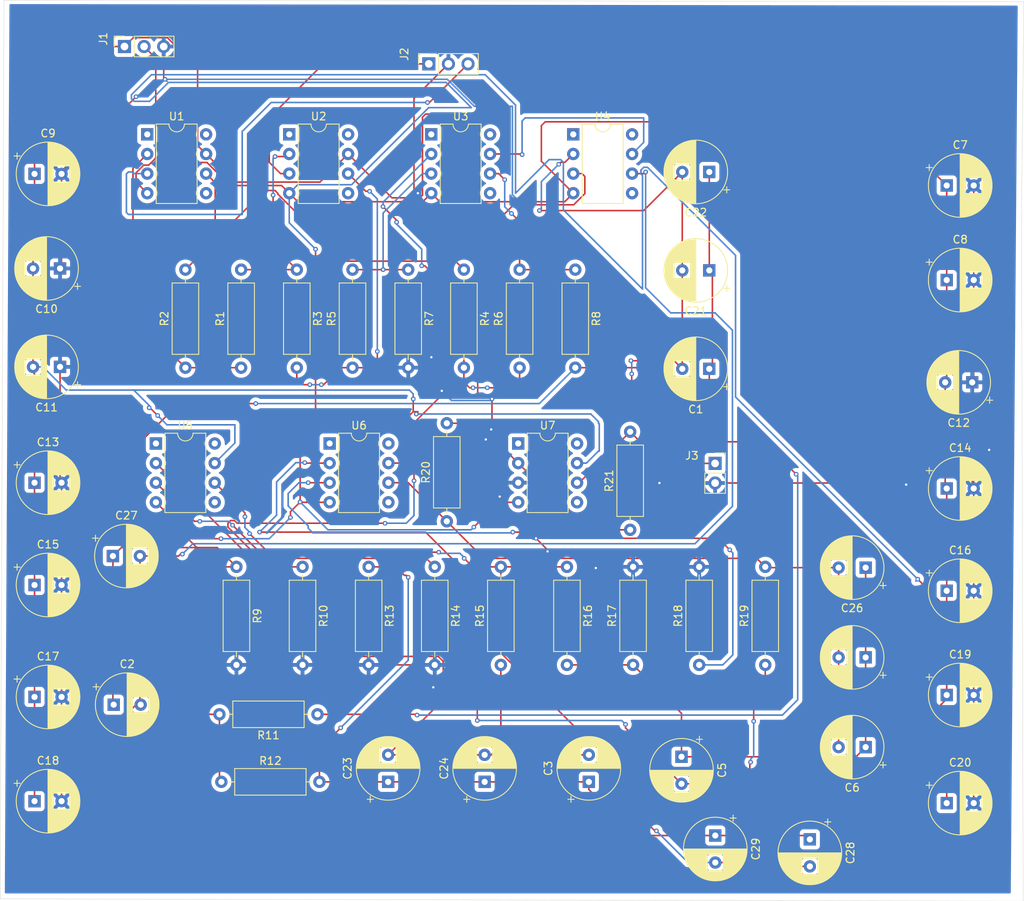
<source format=kicad_pcb>
(kicad_pcb (version 20240108) (generator "pcbnew") (generator_version "8.0")
  (layers (0 "F.Cu" signal) (31 "B.Cu" signal) (34 "B.Paste" user) (35 "F.Paste" user) (36 "B.SilkS" user "B.Silkscreen") (37 "F.SilkS" user "F.Silkscreen") (38 "B.Mask" user) (39 "F.Mask" user) (44 "Edge.Cuts" user))
  (net 0 "")
  (net 1 "Net-(R6-Pad2)")
  (net 2 "Net-(U3--)")
  (net 3 "Net-(U3-+)")
  (net 4 "Net-(R2-Pad2)")
  (net 5 "Net-(U1--)")
  (net 6 "Net-(U2--)")
  (net 7 "Net-(U7--)")
  (net 8 "Net-(J3-Pin_1)")
  (net 9 "Net-(C1-Pad1)")
  (net 10 "GND")
  (net 11 "Net-(C25-Pad2)")
  (net 12 "Net-(U6--)")
  (net 13 "Net-(C25-Pad1)")
  (net 14 "Net-(C28-Pad2)")
  (net 15 "Net-(U5--)")
  (net 16 "Net-(C23-Pad1)")
  (net 17 "Net-(C2-Pad2)")
  (net 18 "Net-(U4--)")
  (net 19 "Net-(U4-+)")
  (net 21 "Net-(R3-Pad2)")
  (net 24 "Net-(U6-+)")
  (net 25 "Net-(U5-+)")
  (net 44 "Net-(J1-Pin_2)")
  (net 45 "Net-(J2-Pin_3)")
  (net 46 "Net-(J2-Pin_1)")
  (net 47 "Net-(J1-Pin_1)")
  (footprint "Resistor_THT:R_Axial_DIN0309_L9.0mm_D3.2mm_P12.70mm_Horizontal" (layer "F.Cu") (at 138.035715 71.1 90)
    (property "Reference" "R5")
    (property "Value" "27k")
  )
  (footprint "Resistor_THT:R_Axial_DIN0309_L9.0mm_D3.2mm_P12.70mm_Horizontal" (layer "F.Cu") (at 157.25 109.6 90)
    (property "Reference" "R15")
    (property "Value" "270k")
  )
  (footprint "Connector_PinSocket_2.54mm:PinSocket_1x02_P2.54mm_Vertical" (layer "F.Cu") (at 185 83.5)
    (property "Reference" "J3")
    (property "Value" "Conn_01x02_Socket")
  )
  (footprint "Resistor_THT:R_Axial_DIN0309_L9.0mm_D3.2mm_P12.70mm_Horizontal" (layer "F.Cu") (at 159.67857 71.1 90)
    (property "Reference" "R6")
    (property "Value" "27k")
  )
  (footprint "Capacitor_THT:CP_Radial_D8.0mm_P3.50mm" (layer "F.Cu") (at 218.305302 73 180)
    (property "Reference" "C12")
    (property "Value" "10u")
  )
  (footprint "Package_DIP:DIP-8_W7.62mm" (layer "F.Cu") (at 159.5 80.92)
    (property "Reference" "U7")
    (property "Value" "OP07")
  )
  (footprint "Resistor_THT:R_Axial_DIN0309_L9.0mm_D3.2mm_P12.70mm_Horizontal" (layer "F.Cu") (at 150.25 91 90)
    (property "Reference" "R20")
    (property "Value" "10k")
  )
  (footprint "Package_DIP:DIP-8_W7.62mm" (layer "F.Cu") (at 111.45 40.88)
    (property "Reference" "U1")
    (property "Value" "OP07")
  )
  (footprint "Capacitor_THT:CP_Radial_D8.0mm_P3.50mm" (layer "F.Cu") (at 184.25 58.5 180)
    (property "Reference" "C21")
    (property "Value" "10n")
  )
  (footprint "Capacitor_THT:CP_Radial_D8.0mm_P3.50mm" (layer "F.Cu") (at 100.152651 58.25 180)
    (property "Reference" "C10")
    (property "Value" "10u")
  )
  (footprint "Connector_PinSocket_2.54mm:PinSocket_1x03_P2.54mm_Vertical" (layer "F.Cu") (at 108.5 29.5 90)
    (property "Reference" "J1")
    (property "Value" "Conn_01x03_Socket")
  )
  (footprint "Resistor_THT:R_Axial_DIN0309_L9.0mm_D3.2mm_P12.70mm_Horizontal" (layer "F.Cu") (at 130.82143 58.4 -90)
    (property "Reference" "R3")
    (property "Value" "27k")
  )
  (footprint "Capacitor_THT:CP_Radial_D8.0mm_P3.50mm" (layer "F.Cu") (at 204.5 108.625 180)
    (property "Reference" "C25" (hide yes))
    (property "Value" "10n")
  )
  (footprint "Capacitor_THT:CP_Radial_D8.0mm_P3.50mm" (layer "F.Cu") (at 215 100)
    (property "Reference" "C16")
    (property "Value" "10u")
  )
  (footprint "Capacitor_THT:CP_Radial_D8.0mm_P3.50mm" (layer "F.Cu") (at 184.25 71.25 180)
    (property "Reference" "C1")
    (property "Value" "10n")
  )
  (footprint "Capacitor_THT:CP_Radial_D8.0mm_P3.50mm" (layer "F.Cu") (at 96.847349 113.75)
    (property "Reference" "C17")
    (property "Value" "10u")
  )
  (footprint "Capacitor_THT:CP_Radial_D8.0mm_P3.50mm" (layer "F.Cu") (at 180.65 121.5 -90)
    (property "Reference" "C5")
    (property "Value" "68n")
  )
  (footprint "Resistor_THT:R_Axial_DIN0309_L9.0mm_D3.2mm_P12.70mm_Horizontal" (layer "F.Cu") (at 148.6875 96.9 -90)
    (property "Reference" "R14")
    (property "Value" "270k")
  )
  (footprint "Resistor_THT:R_Axial_DIN0309_L9.0mm_D3.2mm_P12.70mm_Horizontal" (layer "F.Cu") (at 131.5625 96.9 -90)
    (property "Reference" "R10")
    (property "Value" "680k")
  )
  (footprint "Capacitor_THT:CP_Radial_D8.0mm_P3.50mm" (layer "F.Cu") (at 215 86.75)
    (property "Reference" "C14")
    (property "Value" "10u")
  )
  (footprint "Resistor_THT:R_Axial_DIN0309_L9.0mm_D3.2mm_P12.70mm_Horizontal" (layer "F.Cu") (at 174 92.1 90)
    (property "Reference" "R21")
    (property "Value" "10k")
  )
  (footprint "Capacitor_THT:CP_Radial_D8.0mm_P3.50mm" (layer "F.Cu") (at 155.15 124.75 90)
    (property "Reference" "C24")
    (property "Value" "2.2n")
  )
  (footprint "Capacitor_THT:CP_Radial_D8.0mm_P3.50mm" (layer "F.Cu") (at 215 113.5)
    (property "Reference" "C19")
    (property "Value" "10u")
  )
  (footprint "Package_DIP:DIP-8_W7.62mm" (layer "F.Cu") (at 129.843333 40.88)
    (property "Reference" "U2")
    (property "Value" "OP07")
  )
  (footprint "Resistor_THT:R_Axial_DIN0309_L9.0mm_D3.2mm_P12.70mm_Horizontal" (layer "F.Cu") (at 182.9375 109.6 90)
    (property "Reference" "R18")
    (property "Value" "100k")
  )
  (footprint "Connector_PinSocket_2.54mm:PinSocket_1x03_P2.54mm_Vertical" (layer "F.Cu") (at 147.92 31.75 90)
    (property "Reference" "J2")
    (property "Value" "Conn_01x03_Socket")
  )
  (footprint "Capacitor_THT:CP_Radial_D8.0mm_P3.50mm" (layer "F.Cu") (at 107.097349 114.75)
    (property "Reference" "C2")
    (property "Value" "2.2n")
  )
  (footprint "Package_DIP:DIP-8_W7.62mm" (layer "F.Cu") (at 135.07 80.92)
    (property "Reference" "U6")
    (property "Value" "OP07")
  )
  (footprint "Capacitor_THT:CP_Radial_D8.0mm_P3.50mm" (layer "F.Cu") (at 96.847349 86)
    (property "Reference" "C13")
    (property "Value" "10u")
  )
  (footprint "Capacitor_THT:CP_Radial_D8.0mm_P3.50mm" (layer "F.Cu") (at 96.847349 46)
    (property "Reference" "C9")
    (property "Value" "10u")
  )
  (footprint "Resistor_THT:R_Axial_DIN0309_L9.0mm_D3.2mm_P12.70mm_Horizontal" (layer "F.Cu") (at 116.39286 71.1 90)
    (property "Reference" "R2")
    (property "Value" "27k")
  )
  (footprint "Capacitor_THT:CP_Radial_D8.0mm_P3.50mm" (layer "F.Cu") (at 204.5 97 180)
    (property "Reference" "C26")
    (property "Value" "2.2n")
  )
  (footprint "Capacitor_THT:CP_Radial_D8.0mm_P3.50mm" (layer "F.Cu") (at 107 95.5)
    (property "Reference" "C27")
    (property "Value" "10n")
  )
  (footprint "Resistor_THT:R_Axial_DIN0309_L9.0mm_D3.2mm_P12.70mm_Horizontal" (layer "F.Cu") (at 166.89286 58.4 -90)
    (property "Reference" "R8")
    (property "Value" "100k")
  )
  (footprint "Capacitor_THT:CP_Radial_D8.0mm_P3.50mm" (layer "F.Cu") (at 168.65 124.75 90)
    (property "Reference" "C3")
    (property "Value" "10n")
  )
  (footprint "Capacitor_THT:CP_Radial_D8.0mm_P3.50mm" (layer "F.Cu") (at 215 127.5)
    (property "Reference" "C20")
    (property "Value" "10u")
  )
  (footprint "Capacitor_THT:CP_Radial_D8.0mm_P3.50mm" (layer "F.Cu") (at 142.65 124.75 90)
    (property "Reference" "C23")
    (property "Value" "10n")
  )
  (footprint "Resistor_THT:R_Axial_DIN0309_L9.0mm_D3.2mm_P12.70mm_Horizontal" (layer "F.Cu") (at 174.375 109.6 90)
    (property "Reference" "R17")
    (property "Value" "39k")
  )
  (footprint "Package_DIP:DIP-8_W7.62mm" (layer "F.Cu") (at 112.57 80.92)
    (property "Reference" "U5")
    (property "Value" "OP07")
  )
  (footprint "Resistor_THT:R_Axial_DIN0309_L9.0mm_D3.2mm_P12.70mm_Horizontal" (layer "F.Cu") (at 123.607145 71.1 90)
    (property "Reference" "R1")
    (property "Value" "1k")
  )
  (footprint "Capacitor_THT:CP_Radial_D8.0mm_P3.50mm" (layer "F.Cu") (at 96.847349 127.25)
    (property "Reference" "C18")
    (property "Value" "10u")
  )
  (footprint "Capacitor_THT:CP_Radial_D8.0mm_P3.50mm" (layer "F.Cu") (at 215 59.75)
    (property "Reference" "C8")
    (property "Value" "10u")
  )
  (footprint "Resistor_THT:R_Axial_DIN0309_L9.0mm_D3.2mm_P12.70mm_Horizontal" (layer "F.Cu") (at 133.5 116 180)
    (property "Reference" "R11")
    (property "Value" "680k")
  )
  (footprint "Resistor_THT:R_Axial_DIN0309_L9.0mm_D3.2mm_P12.70mm_Horizontal" (layer "F.Cu") (at 145.25 58.4 -90)
    (property "Reference" "R7")
    (property "Value" "27k")
  )
  (footprint "Resistor_THT:R_Axial_DIN0309_L9.0mm_D3.2mm_P12.70mm_Horizontal" (layer "F.Cu") (at 123 96.9 -90)
    (property "Reference" "R9")
    (property "Value" "47k")
  )
  (footprint "Capacitor_THT:CP_Radial_D8.0mm_P3.50mm" (layer "F.Cu") (at 215 47.5)
    (property "Reference" "C7")
    (property "Value" "10u")
  )
  (footprint "Capacitor_THT:CP_Radial_D8.0mm_P3.50mm" (layer "F.Cu") (at 204.5 120.25 180)
    (property "Reference" "C6")
    (property "Value" "10n")
  )
  (footprint "Capacitor_THT:CP_Radial_D8.0mm_P3.50mm" (layer "F.Cu") (at 185.025 131.7 -90)
    (property "Reference" "C29")
    (property "Value" "2.2n")
  )
  (footprint "Resistor_THT:R_Axial_DIN0309_L9.0mm_D3.2mm_P12.70mm_Horizontal" (layer "F.Cu") (at 165.8125 96.9 -90)
    (property "Reference" "R16")
    (property "Value" "33k")
  )
  (footprint "Package_DIP:DIP-8_W7.62mm" (layer "F.Cu") (at 166.63 40.88)
    (property "Reference" "U4")
    (property "Value" "OP07")
  )
  (footprint "Resistor_THT:R_Axial_DIN0309_L9.0mm_D3.2mm_P12.70mm_Horizontal" (layer "F.Cu") (at 191.5 109.6 90)
    (property "Reference" "R19")
    (property "Value" "100k")
  )
  (footprint "Resistor_THT:R_Axial_DIN0309_L9.0mm_D3.2mm_P12.70mm_Horizontal" (layer "F.Cu") (at 152.464285 58.4 -90)
    (property "Reference" "R4")
    (property "Value" "27k")
  )
  (footprint "Capacitor_THT:CP_Radial_D8.0mm_P3.50mm" (layer "F.Cu") (at 100.152651 71 180)
    (property "Reference" "C11")
    (property "Value" "10u")
  )
  (footprint "Package_DIP:DIP-8_W7.62mm" (layer "F.Cu") (at 148.236666 40.88)
    (property "Reference" "U3")
    (property "Value" "OP07")
  )
  (footprint "Capacitor_THT:CP_Radial_D8.0mm_P3.50mm" (layer "F.Cu") (at 197.275 132.2 -90)
    (property "Reference" "C28")
    (property "Value" "10n")
  )
  (footprint "Capacitor_THT:CP_Radial_D8.0mm_P3.50mm" (layer "F.Cu") (at 96.847349 99.25)
    (property "Reference" "C15")
    (property "Value" "10u")
  )
  (footprint "Resistor_THT:R_Axial_DIN0309_L9.0mm_D3.2mm_P12.70mm_Horizontal" (layer "F.Cu") (at 140.125 96.9 -90)
    (property "Reference" "R13")
    (property "Value" "18k")
  )
  (footprint "Capacitor_THT:CP_Radial_D8.0mm_P3.50mm" (layer "F.Cu") (at 184.25 45.75 180)
    (property "Reference" "C22")
    (property "Value" "2.2n")
  )
  (footprint "Resistor_THT:R_Axial_DIN0309_L9.0mm_D3.2mm_P12.70mm_Horizontal" (layer "F.Cu") (at 121.05 124.75)
    (property "Reference" "R12")
    (property "Value" "39k")
  )
  (gr_line (start 92.4 139.9) (end 224.9 140.2) (stroke (width 0.05)) (layer "Edge.Cuts"))
  (gr_line (start 225 23.7) (end 224.7 50.3) (stroke (width 0.05)) (layer "Edge.Cuts"))
  (gr_line (start 92.4 139.9) (end 92.9 23.5) (stroke (width 0.05)) (layer "Edge.Cuts"))
  (gr_line (start 92.9 23.5) (end 225 23.7) (stroke (width 0.05)) (layer "Edge.Cuts"))
  (gr_line (start 224.7 50.3) (end 224.9 140.2) (stroke (width 0.05)) (layer "Edge.Cuts"))
  (gr_text "J2\n" (at 115.6 29.6 0) (layer "F.Cu") (effects (font (size 1.5 1.5) (thickness 0.1875)) (justify left bottom)))
  (gr_text "J1\n" (at 155.4 32.5 0) (layer "F.Cu") (effects (font (size 1.5 1.5) (thickness 0.1875)) (justify left bottom)))
  (segment (start 157.75 46.75) (end 156.96 45.96) (width 0.2) (layer "F.Cu") (net 1))
  (segment (start 159.67857 58.4) (end 159.67857 52.17857) (width 0.2) (layer "F.Cu") (net 1))
  (segment (start 159.67857 58.4) (end 166.89286 58.4) (width 0.2) (layer "F.Cu") (net 1))
  (segment (start 159.67857 52.17857) (end 158.625 51.125) (width 0.2) (layer "F.Cu") (net 1))
  (segment (start 156.96 45.96) (end 155.856666 45.96) (width 0.2) (layer "F.Cu") (net 1))
  (segment (start 158.5 51) (end 158.625 51.125) (width 0.2) (layer "F.Cu") (net 1))
  (via (at 158.625 51.125) (size 0.6) (drill 0.3) (layers "F.Cu" "B.Cu") (net 1))
  (via (at 157.75 46.75) (size 0.6) (drill 0.3) (layers "F.Cu" "B.Cu") (net 1))
  (segment (start 157.75 50.25) (end 157.75 46.75) (width 0.2) (layer "B.Cu") (net 1))
  (segment (start 158.625 51.125) (end 157.75 50.25) (width 0.2) (layer "B.Cu") (net 1))
  (segment (start 152.464285 62.964285) (end 147.5 58) (width 0.2) (layer "F.Cu") (net 2))
  (segment (start 147.4 57.9) (end 147 57.9) (width 0.2) (layer "F.Cu") (net 2))
  (segment (start 152.464285 71.1) (end 152.464285 62.964285) (width 0.2) (layer "F.Cu") (net 2))
  (segment (start 153.2 73.7) (end 152.464285 72.964285) (width 0.2) (layer "F.Cu") (net 2))
  (segment (start 143.75 52) (end 141.983383 50.233383) (width 0.2) (layer "F.Cu") (net 2))
  (segment (start 158.7 73.7) (end 155.5 73.7) (width 0.2) (layer "F.Cu") (net 2))
  (segment (start 152.464285 72.964285) (end 152.464285 71.1) (width 0.2) (layer "F.Cu") (net 2))
  (segment (start 159.67857 72.72143) (end 158.7 73.7) (width 0.2) (layer "F.Cu") (net 2))
  (segment (start 147.5 58) (end 147.4 57.9) (width 0.2) (layer "F.Cu") (net 2))
  (segment (start 153.65 73.7) (end 153.2 73.7) (width 0.2) (layer "F.Cu") (net 2))
  (segment (start 159.67857 71.1) (end 159.67857 72.72143) (width 0.2) (layer "F.Cu") (net 2))
  (segment (start 143.75 52.25) (end 143.75 52) (width 0.2) (layer "F.Cu") (net 2))
  (via (at 153.65 73.7) (size 0.6) (drill 0.3) (layers "F.Cu" "B.Cu") (net 2))
  (via (at 141.983383 50.233383) (size 0.6) (drill 0.3) (layers "F.Cu" "B.Cu") (net 2))
  (via (at 143.75 52.25) (size 0.6) (drill 0.3) (layers "F.Cu" "B.Cu") (net 2))
  (via (at 155.5 73.7) (size 0.6) (drill 0.3) (layers "F.Cu" "B.Cu") (net 2))
  (via (at 147 57.9) (size 0.6) (drill 0.3) (layers "F.Cu" "B.Cu") (net 2))
  (segment (start 155.5 73.7) (end 153.65 73.7) (width 0.2) (layer "B.Cu") (net 2))
  (segment (start 148.236666 43.42) (end 142 49.656666) (width 0.2) (layer "B.Cu") (net 2))
  (segment (start 147 55.75) (end 144 52.75) (width 0.2) (layer "B.Cu") (net 2))
  (segment (start 142 50.25) (end 141.983383 50.233383) (width 0.2) (layer "B.Cu") (net 2))
  (segment (start 142 49.656666) (end 142 50.25) (width 0.2) (layer "B.Cu") (net 2))
  (segment (start 147 57.9) (end 147 55.75) (width 0.2) (layer "B.Cu") (net 2))
  (segment (start 144 52.75) (end 143.75 52.5) (width 0.2) (layer "B.Cu") (net 2))
  (segment (start 143.75 52.5) (end 143.75 52.25) (width 0.2) (layer "B.Cu") (net 2))
  (segment (start 145.25 58.4) (end 142 58.4) (width 0.2) (layer "F.Cu") (net 3))
  (segment (start 138.035715 58.4) (end 142 58.4) (width 0.2) (layer "F.Cu") (net 3))
  (via (at 142 58.4) (size 0.6) (drill 0.3) (layers "F.Cu" "B.Cu") (net 3))
  (segment (start 142 51.065296) (end 147.105296 45.96) (width 0.2) (layer "B.Cu") (net 3))
  (segment (start 142 58.4) (end 142 51.065296) (width 0.2) (layer "B.Cu") (net 3))
  (segment (start 147.105296 45.96) (end 148.236666 45.96) (width 0.2) (layer "B.Cu") (net 3))
  (segment (start 151.364285 57.3) (end 152.464285 58.4) (width 0.2) (layer "F.Cu") (net 4))
  (segment (start 127.998529 48.15) (end 128.35 48.501471) (width 0.2) (layer "F.Cu") (net 4))
  (segment (start 128.35 48.6) (end 137.05 57.3) (width 0.2) (layer "F.Cu") (net 4))
  (segment (start 120.25 54.54286) (end 120.25 47.14) (width 0.2) (layer "F.Cu") (net 4))
  (segment (start 116.39286 58.4) (end 120.25 54.54286) (width 0.2) (layer "F.Cu") (net 4))
  (segment (start 128.35 48.501471) (end 128.35 48.6) (width 0.2) (layer "F.Cu") (net 4))
  (segment (start 120.25 47.14) (end 119.07 45.96) (width 0.2) (layer "F.Cu") (net 4))
  (segment (start 137.05 57.3) (end 151.364285 57.3) (width 0.2) (layer "F.Cu") (net 4))
  (segment (start 120.25 54.54286) (end 126.64286 48.15) (width 0.2) (layer "F.Cu") (net 4))
  (segment (start 126.64286 48.15) (end 127.998529 48.15) (width 0.2) (layer "F.Cu") (net 4))
  (segment (start 116.39286 71.1) (end 109.6 64.30714) (width 0.2) (layer "F.Cu") (net 5))
  (segment (start 109.6 45.27) (end 111.45 43.42) (width 0.2) (layer "F.Cu") (net 5))
  (segment (start 109.6 64.30714) (end 109.6 45.27) (width 0.2) (layer "F.Cu") (net 5))
  (segment (start 116.39286 71.1) (end 123.607145 71.1) (width 0.2) (layer "F.Cu") (net 5))
  (segment (start 127.75 55.32857) (end 127.75 54.5) (width 0.2) (layer "F.Cu") (net 6))
  (segment (start 123.607145 58.4) (end 130.82143 58.4) (width 0.2) (layer "F.Cu") (net 6))
  (segment (start 130.82143 58.4) (end 127.75 55.32857) (width 0.2) (layer "F.Cu") (net 6))
  (segment (start 128 43.75) (end 129.513333 43.75) (width 0.2) (layer "F.Cu") (net 6))
  (segment (start 129.513333 43.75) (end 129.843333 43.42) (width 0.2) (layer "F.Cu") (net 6))
  (segment (start 127.75 54.5) (end 127.75 48.75) (width 0.2) (layer "F.Cu") (net 6))
  (via (at 127.75 48.75) (size 0.6) (drill 0.3) (layers "F.Cu" "B.Cu") (net 6))
  (via (at 128 43.75) (size 0.6) (drill 0.3) (layers "F.Cu" "B.Cu") (net 6))
  (segment (start 127.75 48.75) (end 127.75 44) (width 0.2) (layer "B.Cu") (net 6))
  (segment (start 127.75 44) (end 128 43.75) (width 0.2) (layer "B.Cu") (net 6))
  (segment (start 159.5 83.46) (end 168.14 92.1) (width 0.2) (layer "F.Cu") (net 7))
  (segment (start 154.34 78.3) (end 159.5 83.46) (width 0.2) (layer "F.Cu") (net 7))
  (segment (start 168.14 92.1) (end 174 92.1) (width 0.2) (layer "F.Cu") (net 7))
  (segment (start 150.25 78.3) (end 154.34 78.3) (width 0.2) (layer "F.Cu") (net 7))
  (segment (start 167.4 86) (end 167.12 86) (width 0.2) (layer "F.Cu") (net 8))
  (segment (start 185 83.5) (end 178.1 83.5) (width 0.2) (layer "F.Cu") (net 8))
  (segment (start 178.1 83.5) (end 174 79.4) (width 0.2) (layer "F.Cu") (net 8))
  (segment (start 174 79.4) (end 167.4 86) (width 0.2) (layer "F.Cu") (net 8))
  (segment (start 114 92.5) (end 115.964314 92.5) (width 0.2) (layer "F.Cu") (net 9))
  (segment (start 120.5 94.4) (end 123 96.9) (width 0.2) (layer "F.Cu") (net 9))
  (segment (start 107 114.652651) (end 107.097349 114.75) (width 0.2) (layer "F.Cu") (net 9))
  (segment (start 184.25 58.5) (end 184.65 58.9) (width 0.2) (layer "F.Cu") (net 9))
  (segment (start 107 95.5) (end 108.1 94.4) (width 0.2) (layer "F.Cu") (net 9))
  (segment (start 113.25 92.75) (end 113.75 92.75) (width 0.2) (layer "F.Cu") (net 9))
  (segment (start 113.75 92.75) (end 114 92.5) (width 0.2) (layer "F.Cu") (net 9))
  (segment (start 184.25 45.75) (end 184.25 58.5) (width 0.2) (layer "F.Cu") (net 9))
  (segment (start 115.964314 92.5) (end 120.364314 96.9) (width 0.2) (layer "F.Cu") (net 9))
  (segment (start 176.75 76) (end 184 76) (width 0.2) (layer "F.Cu") (net 9))
  (segment (start 125.5 75.75) (end 115.54 75.75) (width 0.2) (layer "F.Cu") (net 9))
  (segment (start 184.65 58.9) (end 184.65 70.85) (width 0.2) (layer "F.Cu") (net 9))
  (segment (start 176.35 71.1) (end 176.5 71.25) (width 0.2) (layer "F.Cu") (net 9))
  (segment (start 120.364314 96.9) (end 123 96.9) (width 0.2) (layer "F.Cu") (net 9))
  (segment (start 107 95.5) (end 107 114.652651) (width 0.2) (layer "F.Cu") (net 9))
  (segment (start 115.54 75.75) (end 109.5 81.79) (width 0.2) (layer "F.Cu") (net 9))
  (segment (start 176.5 71.25) (end 176.5 75.75) (width 0.2) (layer "F.Cu") (net 9))
  (segment (start 176.5 75.75) (end 176.75 76) (width 0.2) (layer "F.Cu") (net 9))
  (segment (start 109.5 81.79) (end 109.5 89) (width 0.2) (layer "F.Cu") (net 9))
  (segment (start 184 76) (end 184.25 75.75) (width 0.2) (layer "F.Cu") (net 9))
  (segment (start 108.1 94.4) (end 120.5 94.4) (width 0.2) (layer "F.Cu") (net 9))
  (segment (start 184.65 70.85) (end 184.25 71.25) (width 0.2) (layer "F.Cu") (net 9))
  (segment (start 109.5 89) (end 113.25 92.75) (width 0.2) (layer "F.Cu") (net 9))
  (segment (start 184.25 75.75) (end 184.25 71.25) (width 0.2) (layer "F.Cu") (net 9))
  (segment (start 166.89286 71.1) (end 176.35 71.1) (width 0.2) (layer "F.Cu") (net 9))
  (via (at 125.5 75.75) (size 0.6) (drill 0.3) (layers "F.Cu" "B.Cu") (net 9))
  (segment (start 166.89286 71.1) (end 162.24286 75.75) (width 0.2) (layer "B.Cu") (net 9))
  (segment (start 162.24286 75.75) (end 125.5 75.75) (width 0.2) (layer "B.Cu") (net 9))
  (segment (start 157.1 85.9) (end 157.1 87.8) (width 0.2) (layer "F.Cu") (net 10))
  (segment (start 218.305302 86.555302) (end 218.5 86.75) (width 0.2) (layer "F.Cu") (net 10))
  (segment (start 110 36) (end 100.25 45.75) (width 0.2) (layer "F.Cu") (net 10))
  (segment (start 149.2 73.8) (end 149.5 74.1) (width 0.2) (layer "F.Cu") (net 10))
  (segment (start 146 48) (end 146.5 48.5) (width 0.2) (layer "F.Cu") (net 10))
  (segment (start 100.347349 46) (end 100.347349 58.055302) (width 0.2) (layer "F.Cu") (net 10))
  (segment (start 155.3 84.1) (end 157.05 85.85) (width 0.2) (layer "F.Cu") (net 10))
  (segment (start 148.25 69.75) (end 146.9 71.1) (width 0.2) (layer "F.Cu") (net 10))
  (segment (start 100.152651 85.805302) (end 100.347349 86) (width 0.2) (layer "F.Cu") (net 10))
  (segment (start 146.5 71.1) (end 149.2 73.8) (width 0.2) (layer "F.Cu") (net 10))
  (segment (start 157.2 86) (end 159.5 86) (width 0.2) (layer "F.Cu") (net 10))
  (segment (start 100.347349 99.25) (end 100.347349 113.75) (width 0.2) (layer "F.Cu") (net 10))
  (segment (start 218.5 47.5) (end 218.5 59.75) (width 0.2) (layer "F.Cu") (net 10))
  (segment (start 177.75 86) (end 177.79 86.04) (width 0.2) (layer "F.Cu") (net 10))
  (segment (start 169.55 97.05) (end 169.7 96.9) (width 0.2) (layer "F.Cu") (net 10))
  (segment (start 220.5 81.75) (end 218.5 83.75) (width 0.2) (layer "F.Cu") (net 10))
  (segment (start 148.6875 112.3125) (end 148.5 112.5) (width 0.2) (layer "F.Cu") (net 10))
  (segment (start 218.305302 73) (end 218.305302 86.555302) (width 0.2) (layer "F.Cu") (net 10))
  (segment (start 185 86.04) (end 177.79 86.04) (width 0.2) (layer "F.Cu") (net 10))
  (segment (start 156.1 75.15) (end 156.1 79) (width 0.2) (layer "F.Cu") (net 10))
  (segment (start 209.54 86.04) (end 209.75 86.25) (width 0.2) (layer "F.Cu") (net 10))
  (segment (start 163.3 94.7) (end 163.3 94.9) (width 0.2) (layer "F.Cu") (net 10))
  (segment (start 169.7 96.9) (end 174.375 96.9) (width 0.2) (layer "F.Cu") (net 10))
  (segment (start 100.152651 58.25) (end 100.152651 71) (width 0.2) (layer "F.Cu") (net 10))
  (segment (start 218.5 86.75) (end 218.5 100) (width 0.2) (layer "F.Cu") (net 10))
  (segment (start 218.5 113.5) (end 218.5 127.5) (width 0.2) (layer "F.Cu") (net 10))
  (segment (start 131.5625 109.6) (end 140.125 109.6) (width 0.2) (layer "F.Cu") (net 10))
  (segment (start 113.58 29.5) (end 113.58 33.58) (width 0.2) (layer "F.Cu") (net 10))
  (segment (start 145.25 71.1) (end 146.5 71.1) (width 0.2) (layer "F.Cu") (net 10))
  (segment (start 174.375 96.9) (end 182.9375 96.9) (width 0.2) (layer "F.Cu") (net 10))
  (segment (start 100.347349 86) (end 100.347349 99.25) (width 0.2) (layer "F.Cu") (net 10))
  (segment (start 156.1 79) (end 156 79.1) (width 0.2) (layer "F.Cu") (net 10))
  (segment (start 100.347349 58.055302) (end 100.152651 58.25) (width 0.2) (layer "F.Cu") (net 10))
  (segment (start 146 36.21) (end 146 48) (width 0.2) (layer "F.Cu") (net 10))
  (segment (start 218.5 83.75) (end 218.5 86.75) (width 0.2) (layer "F.Cu") (net 10))
  (segment (start 161.8 93.2) (end 163.3 94.7) (width 0.2) (layer "F.Cu") (net 10))
  (segment (start 146.9 71.1) (end 145.25 71.1) (width 0.2) (layer "F.Cu") (net 10))
  (segment (start 218.5 72.805302) (end 218.305302 73) (width 0.2) (layer "F.Cu") (net 10))
  (segment (start 185 86.04) (end 209.54 86.04) (width 0.2) (layer "F.Cu") (net 10))
  (segment (start 123 109.6) (end 131.5625 109.6) (width 0.2) (layer "F.Cu") (net 10))
  (segment (start 100.152651 71) (end 100.152651 85.805302) (width 0.2) (layer "F.Cu") (net 10))
  (segment (start 140.125 109.6) (end 148.6875 109.6) (width 0.2) (layer "F.Cu") (net 10))
  (segment (start 218.5 100) (end 218.5 113.5) (width 0.2) (layer "F.Cu") (net 10))
  (segment (start 218.5 59.75) (end 218.5 72.805302) (width 0.2) (layer "F.Cu") (net 10))
  (segment (start 113.75 33.75) (end 114 34) (width 0.2) (layer "F.Cu") (net 10))
  (segment (start 150.46 31.75) (end 146 36.21) (width 0.2) (layer "F.Cu") (net 10))
  (segment (start 100.347349 113.75) (end 100.347349 127.25) (width 0.2) (layer "F.Cu") (net 10))
  (segment (start 149.5 74.1) (end 149.6 74.1) (width 0.2) (layer "F.Cu") (net 10))
  (segment (start 157.05 85.85) (end 157.2 86) (width 0.2) (layer "F.Cu") (net 10))
  (segment (start 113.58 33.58) (end 113.75 33.75) (width 0.2) (layer "F.Cu") (net 10))
  (segment (start 155.3 80.4) (end 155.3 84.1) (width 0.2) (layer "F.Cu") (net 10))
  (segment (start 157.05 85.85) (end 157.1 85.9) (width 0.2) (layer "F.Cu") (net 10))
  (segment (start 148.6875 109.6) (end 148.6875 112.3125) (width 0.2) (layer "F.Cu") (net 10))
  (via (at 157.1 87.8) (size 0.6) (drill 0.3) (layers "F.Cu" "B.Cu") (net 10))
  (via (at 113.75 33.75) (size 0.6) (drill 0.3) (layers "F.Cu" "B.Cu") (net 10))
  (via (at 177.79 86.04) (size 0.6) (drill 0.3) (layers "F.Cu" "B.Cu") (net 10))
  (via (at 155.3 80.4) (size 0.6) (drill 0.3) (layers "F.Cu" "B.Cu") (net 10))
  (via (at 163.3 94.9) (size 0.6) (drill 0.3) (layers "F.Cu" "B.Cu") (net 10))
  (via (at 209.75 86.25) (size 0.6) (drill 0.3) (layers "F.Cu" "B.Cu") (net 10))
  (via (at 156.1 75.15) (size 0.6) (drill 0.3) (layers "F.Cu" "B.Cu") (net 10))
  (via (at 169.55 97.05) (size 0.6) (drill 0.3) (layers "F.Cu" "B.Cu") (net 10))
  (via (at 110 36) (size 0.6) (drill 0.3) (layers "F.Cu" "B.Cu") (net 10))
  (via (at 149.6 74.1) (size 0.6) (drill 0.3) (layers "F.Cu" "B.Cu") (net 10))
  (via (at 148.25 69.75) (size 0.6) (drill 0.3) (layers "F.Cu" "B.Cu") (net 10))
  (via (at 148.5 112.5) (size 0.6) (drill 0.3) (layers "F.Cu" "B.Cu") (net 10))
  (via (at 156 79.1) (size 0.6) (drill 0.3) (layers "F.Cu" "B.Cu") (net 10))
  (via (at 161.8 93.2) (size 0.6) (drill 0.3) (layers "F.Cu" "B.Cu") (net 10))
  (via (at 220.5 81.75) (size 0.6) (drill 0.3) (layers "F.Cu" "B.Cu") (net 10))
  (via (at 146.5 48.5) (size 0.6) (drill 0.3) (layers "F.Cu" "B.Cu") (net 10))
  (segment (start 146.5 50.88008) (end 148.25 52.63008) (width 0.2) (layer "B.Cu") (net 10))
  (segment (start 158.75 37.25) (end 158.75 48.701505) (width 0.2) (layer "B.Cu") (net 10))
  (segment (start 167.8 112.5) (end 169.55 110.75) (width 0.2) (layer "B.Cu") (net 10))
  (segment (start 180 83.83) (end 177.79 86.04) (width 0.2) (layer "B.Cu") (net 10))
  (segment (start 150.324365 33.75) (end 153.824365 37.25) (width 0.2) (layer "B.Cu") (net 10))
  (segment (start 168.25 55.5) (end 177.75 65) (width 0.2) (layer "B.Cu") (net 10))
  (segment (start 156 79.1) (end 155.3 79.8) (width 0.2) (layer "B.Cu") (net 10))
  (segment (start 113.75 33.75) (end 150.324365 33.75) (width 0.2) (layer "B.Cu") (net 10))
  (segment (start 163.3 94.9) (end 167.4 94.9) (width 0.2) (layer "B.Cu") (net 10))
  (segment (start 167.4 94.9) (end 169.55 97.05) (width 0.2) (layer "B.Cu") (net 10))
  (segment (start 149.6 74.1) (end 150.85 75.35) (width 0.2) (layer "B.Cu") (net 10))
  (segment (start 214.25 81.75) (end 220.5 81.75) (width 0.2) (layer "B.Cu") (net 10))
  (segment (start 111.5 36) (end 110 36) (width 0.2) (layer "B.Cu") (net 10))
  (segment (start 161.4 93.3) (end 161.7 93.3) (width 0.2) (layer "B.Cu") (net 10))
  (segment (start 169.6 97.1) (end 169.55 97.05) (width 0.2) (layer "B.Cu") (net 10))
  (segment (start 161.7 93.3) (end 161.8 93.2) (width 0.2) (layer "B.Cu") (net 10))
  (segment (start 148 70) (end 148.25 69.75) (width 0.2) (layer "B.Cu") (net 10))
  (segment (start 158.75 48.701505) (end 165.548495 55.5) (width 0.2) (layer "B.Cu") (net 10))
  (segment (start 157.1 87.8) (end 157.1 89) (width 0.2) (layer "B.Cu") (net 10))
  (segment (start 155.9 75.35) (end 156.1 75.15) (width 0.2) (layer "B.Cu") (net 10))
  (segment (start 150.85 75.35) (end 152.3 75.35) (width 0.2) (layer "B.Cu") (net 10))
  (segment (start 180 77.25) (end 180 83.83) (width 0.2) (layer "B.Cu") (net 10))
  (segment (start 153.824365 37.25) (end 158.75 37.25) (width 0.2) (layer "B.Cu") (net 10))
  (segment (start 155.3 79.8) (end 155.3 80.4) (width 0.2) (layer "B.Cu") (net 10))
  (segment (start 148.25 69.5) (end 148.25 69.75) (width 0.2) (layer "B.Cu") (net 10))
  (segment (start 152.3 75.35) (end 155.9 75.35) (width 0.2) (layer "B.Cu") (net 10))
  (segment (start 169.55 110.75) (end 169.55 97.05) (width 0.2) (layer "B.Cu") (net 10))
  (segment (start 157.1 89) (end 161.4 93.3) (width 0.2) (layer "B.Cu") (net 10))
  (segment (start 148.5 112.5) (end 167.8 112.5) (width 0.2) (layer "B.Cu") (net 10))
  (segment (start 146.5 48.5) (end 146.5 50.88008) (width 0.2) (layer "B.Cu") (net 10))
  (segment (start 113.75 33.75) (end 111.5 36) (width 0.2) (layer "B.Cu") (net 10))
  (segment (start 177.75 65) (end 177.75 86) (width 0.2) (layer "B.Cu") (net 10))
  (segment (start 209.75 86.25) (end 214.25 81.75) (width 0.2) (layer "B.Cu") (net 10))
  (segment (start 148.25 52.63008) (end 148.25 69.5) (width 0.2) (layer "B.Cu") (net 10))
  (segment (start 179.25 76.5) (end 180 77.25) (width 0.2) (layer "B.Cu") (net 10))
  (segment (start 165.548495 55.5) (end 168.25 55.5) (width 0.2) (layer "B.Cu") (net 10))
  (segment (start 201 97) (end 191.6 97) (width 0.2) (layer "F.Cu") (net 11))
  (segment (start 201 97) (end 201 108.625) (width 0.2) (layer "F.Cu") (net 11))
  (segment (start 190.4 95.8) (end 155.05 95.8) (width 0.2) (layer "F.Cu") (net 11))
  (segment (start 142.69 86) (end 145.25 86) (width 0.2) (layer "F.Cu") (net 11))
  (segment (start 191.6 97) (end 191.5 96.9) (width 0.2) (layer "F.Cu") (net 11))
  (segment (start 201 108.625) (end 201 120.25) (width 0.2) (layer "F.Cu") (net 11))
  (segment (start 155.05 95.8) (end 150.25 91) (width 0.2) (layer "F.Cu") (net 11))
  (segment (start 191.5 96.9) (end 190.4 95.8) (width 0.2) (layer "F.Cu") (net 11))
  (segment (start 145.25 86) (end 150.25 91) (width 0.2) (layer "F.Cu") (net 11))
  (segment (start 135.07 83.46) (end 131.94 83.46) (width 0.2) (layer "F.Cu") (net 12))
  (segment (start 189.5 124.6) (end 189.5 122.3) (width 0.2) (layer "F.Cu") (net 12))
  (segment (start 131.9 83.5) (end 131.85 83.45) (width 0.2) (layer "F.Cu") (net 12))
  (segment (start 191.5 109.6) (end 191.5 111.35) (width 0.2) (layer "F.Cu") (net 12))
  (segment (start 189.5 122.3) (end 189.6 122.2) (width 0.2) (layer "F.Cu") (net 12))
  (segment (start 131.85 83.45) (end 131.85 83.4) (width 0.2) (layer "F.Cu") (net 12))
  (segment (start 173.4 117.75) (end 180.65 125) (width 0.2) (layer "F.Cu") (net 12))
  (segment (start 131.94 83.46) (end 131.9 83.5) (width 0.2) (layer "F.Cu") (net 12))
  (segment (start 190 116.9) (end 190 112.85) (width 0.2) (layer "F.Cu") (net 12))
  (segment (start 154.2 99.1) (end 154.2 116.8) (width 0.2) (layer "F.Cu") (net 12))
  (segment (start 180.65 125) (end 189.1 125) (width 0.2) (layer "F.Cu") (net 12))
  (segment (start 173.4 117.3) (end 173.4 117.75) (width 0.2) (layer "F.Cu") (net 12))
  (segment (start 147.5 92.4) (end 153.1 98) (width 0.2) (layer "F.Cu") (net 12))
  (segment (start 153.1 98) (end 154.2 99.1) (width 0.2) (layer "F.Cu") (net 12))
  (segment (start 189.1 125) (end 189.5 124.6) (width 0.2) (layer "F.Cu") (net 12))
  (segment (start 126 92.4) (end 147.5 92.4) (width 0.2) (layer "F.Cu") (net 12))
  (segment (start 190 112.85) (end 191.5 111.35) (width 0.2) (layer "F.Cu") (net 12))
  (via (at 173.4 117.3) (size 0.6) (drill 0.3) (layers "F.Cu" "B.Cu") (net 12))
  (via (at 190 116.9) (size 0.6) (drill 0.3) (layers "F.Cu" "B.Cu") (net 12))
  (via (at 189.6 122.2) (size 0.6) (drill 0.3) (layers "F.Cu" "B.Cu") (net 12))
  (via (at 126 92.4) (size 0.6) (drill 0.3) (layers "F.Cu" "B.Cu") (net 12))
  (via (at 131.85 83.4) (size 0.6) (drill 0.3) (layers "F.Cu" "B.Cu") (net 12))
  (via (at 154.2 116.8) (size 0.6) (drill 0.3) (layers "F.Cu" "B.Cu") (net 12))
  (segment (start 126 92.4) (end 126.05 92.45) (width 0.2) (layer "B.Cu") (net 12))
  (segment (start 172.9 116.8) (end 173.4 117.3) (width 0.2) (layer "B.Cu") (net 12))
  (segment (start 128.2 90.2) (end 126 92.4) (width 0.2) (layer "B.Cu") (net 12))
  (segment (start 154.2 116.8) (end 172.9 116.8) (width 0.2) (layer "B.Cu") (net 12))
  (segment (start 190 121.4) (end 190 116.9) (width 0.2) (layer "B.Cu") (net 12))
  (segment (start 130.7 83.4) (end 128.2 85.9) (width 0.2) (layer "B.Cu") (net 12))
  (segment (start 128.2 85.9) (end 128.2 90.2) (width 0.2) (layer "B.Cu") (net 12))
  (segment (start 189.6 121.8) (end 190 121.4) (width 0.2) (layer "B.Cu") (net 12))
  (segment (start 131.85 83.4) (end 130.7 83.4) (width 0.2) (layer "B.Cu") (net 12))
  (segment (start 189.6 122.2) (end 189.6 121.8) (width 0.2) (layer "B.Cu") (net 12))
  (segment (start 174.375 109.6) (end 165.8125 109.6) (width 0.2) (layer "F.Cu") (net 13))
  (segment (start 203.25 121.5) (end 180.65 121.5) (width 0.2) (layer "F.Cu") (net 13))
  (segment (start 204.5 120.25) (end 203.25 121.5) (width 0.2) (layer "F.Cu") (net 13))
  (segment (start 180.65 115.875) (end 174.375 109.6) (width 0.2) (layer "F.Cu") (net 13))
  (segment (start 204.5 97) (end 204.5 108.625) (width 0.2) (layer "F.Cu") (net 13))
  (segment (start 180.65 121.5) (end 180.65 115.875) (width 0.2) (layer "F.Cu") (net 13))
  (segment (start 204.5 108.625) (end 204.5 120.25) (width 0.2) (layer "F.Cu") (net 13))
  (segment (start 157.25 96.9) (end 157.25 108.044365) (width 0.2) (layer "F.Cu") (net 14))
  (segment (start 152.5 95.8) (end 153.6 96.9) (width 0.2) (layer "F.Cu") (net 14))
  (segment (start 149.3 95.1) (end 149.2 95) (width 0.2) (layer "F.Cu") (net 14))
  (segment (start 197.275 135.7) (end 195.025 135.7) (width 0.2) (layer "F.Cu") (net 14))
  (segment (start 120.19 86) (end 124.1 89.91) (width 0.2) (layer "F.Cu") (net 14))
  (segment (start 124.7 92.6) (end 127.1 95) (width 0.2) (layer "F.Cu") (net 14))
  (segment (start 194.525 135.2) (end 185.025 135.2) (width 0.2) (layer "F.Cu") (net 14))
  (segment (start 173.1 120.8) (end 173.1 127) (width 0.2) (layer "F.Cu") (net 14))
  (segment (start 157.25 108.044365) (end 167.505635 118.3) (width 0.2) (layer "F.Cu") (net 14))
  (segment (start 127.1 95) (end 149.2 95) (width 0.2) (layer "F.Cu") (net 14))
  (segment (start 157.25 96.9) (end 165.8125 96.9) (width 0.2) (layer "F.Cu") (net 14))
  (segment (start 177.2 131.1) (end 177.4 131.1) (width 0.2) (layer "F.Cu") (net 14))
  (segment (start 173.1 127) (end 177.2 131.1) (width 0.2) (layer "F.Cu") (net 14))
  (segment (start 124.1 89.91) (end 124.1 90.4) (width 0.2) (layer "F.Cu") (net 14))
  (segment (start 170.6 118.3) (end 173.1 120.8) (width 0.2) (layer "F.Cu") (net 14))
  (segment (start 167.505635 118.3) (end 170.6 118.3) (width 0.2) (layer "F.Cu") (net 14))
  (segment (start 195.025 135.7) (end 194.525 135.2) (width 0.2) (layer "F.Cu") (net 14))
  (segment (start 153.6 96.9) (end 157.25 96.9) (width 0.2) (layer "F.Cu") (net 14))
  (via (at 149.2 95) (size 0.6) (drill 0.3) (layers "F.Cu" "B.Cu") (net 14))
  (via (at 152.5 95.8) (size 0.6) (drill 0.3) (layers "F.Cu" "B.Cu") (net 14))
  (via (at 124.7 92.6) (size 0.6) (drill 0.3) (layers "F.Cu" "B.Cu") (net 14))
  (via (at 124.1 90.4) (size 0.6) (drill 0.3) (layers "F.Cu" "B.Cu") (net 14))
  (via (at 177.4 131.1) (size 0.6) (drill 0.3) (layers "F.Cu" "B.Cu") (net 14))
  (segment (start 152.4 95.6) (end 152.5 95.7) (width 0.2) (layer "B.Cu") (net 14))
  (segment (start 152.5 95.7) (end 152.5 95.8) (width 0.2) (layer "B.Cu") (net 14))
  (segment (start 149.35 95.15) (end 151.95 95.15) (width 0.2) (layer "B.Cu") (net 14))
  (segment (start 151.95 95.15) (end 152.4 95.6) (width 0.2) (layer "B.Cu") (net 14))
  (segment (start 177.4 131.1) (end 181.5 135.2) (width 0.2) (layer "B.Cu") (net 14))
  (segment (start 181.5 135.2) (end 185.025 135.2) (width 0.2) (layer "B.Cu") (net 14))
  (segment (start 124.1 91.8) (end 124.7 92.4) (width 0.2) (layer "B.Cu") (net 14))
  (segment (start 124.7 92.4) (end 124.7 92.6) (width 0.2) (layer "B.Cu") (net 14))
  (segment (start 124.1 90.4) (end 124.1 91.8) (width 0.2) (layer "B.Cu") (net 14))
  (segment (start 149.2 95) (end 149.35 95.15) (width 0.2) (layer "B.Cu") (net 14))
  (segment (start 149.143135 108.5) (end 149.7875 109.144365) (width 0.2) (layer "F.Cu") (net 15))
  (segment (start 142.65 121.25) (end 155.15 121.25) (width 0.2) (layer "F.Cu") (net 15))
  (segment (start 156 121.25) (end 168.65 121.25) (width 0.2) (layer "F.Cu") (net 15))
  (segment (start 155.15 121.25) (end 156 121.25) (width 0.2) (layer "F.Cu") (net 15))
  (segment (start 157.25 120) (end 157.25 109.6) (width 0.2) (layer "F.Cu") (net 15))
  (segment (start 149.7875 109.144365) (end 149.7875 114.1125) (width 0.2) (layer "F.Cu") (net 15))
  (segment (start 156 121.25) (end 157.25 120) (width 0.2) (layer "F.Cu") (net 15))
  (segment (start 149.7875 114.1125) (end 142.65 121.25) (width 0.2) (layer "F.Cu") (net 15))
  (segment (start 137.61 108.5) (end 149.143135 108.5) (width 0.2) (layer "F.Cu") (net 15))
  (segment (start 112.57 83.46) (end 137.61 108.5) (width 0.2) (layer "F.Cu") (net 15))
  (segment (start 143.65 96.9) (end 140.125 96.9) (width 0.2) (layer "F.Cu") (net 16))
  (segment (start 168.65 125.75) (end 174.6 131.7) (width 0.2) (layer "F.Cu") (net 16))
  (segment (start 133.75 120.5) (end 133.75 124.75) (width 0.2) (layer "F.Cu") (net 16))
  (segment (start 174.6 131.7) (end 185.025 131.7) (width 0.2) (layer "F.Cu") (net 16))
  (segment (start 184.925 131.6) (end 185.025 131.7) (width 0.2) (layer "F.Cu") (net 16))
  (segment (start 145 98) (end 144.75 98) (width 0.2) (layer "F.Cu") (net 16))
  (segment (start 142.65 124.75) (end 155.15 124.75) (width 0.2) (layer "F.Cu") (net 16))
  (segment (start 136.5 117.75) (end 133.75 120.5) (width 0.2) (layer "F.Cu") (net 16))
  (segment (start 168.65 124.75) (end 168.65 125.75) (width 0.2) (layer "F.Cu") (net 16))
  (segment (start 133.75 124.75) (end 142.65 124.75) (width 0.2) (layer "F.Cu") (net 16))
  (segment (start 155.15 124.75) (end 168.65 124.75) (width 0.2) (layer "F.Cu") (net 16))
  (segment (start 144.75 98) (end 143.65 96.9) (width 0.2) (layer "F.Cu") (net 16))
  (segment (start 145.25 98.25) (end 145 98) (width 0.2) (layer "F.Cu") (net 16))
  (segment (start 185.025 131.7) (end 196.775 131.7) (width 0.2) (layer "F.Cu") (net 16))
  (segment (start 197.425 132.05) (end 197.275 132.2) (width 0.2) (layer "F.Cu") (net 16))
  (segment (start 196.775 131.7) (end 197.275 132.2) (width 0.2) (layer "F.Cu") (net 16))
  (via (at 136.5 117.75) (size 0.6) (drill 0.3) (layers "F.Cu" "B.Cu") (net 16))
  (via (at 145.25 98.25) (size 0.6) (drill 0.3) (layers "F.Cu" "B.Cu") (net 16))
  (segment (start 145.25 109) (end 136.5 117.75) (width 0.2) (layer "B.Cu") (net 16))
  (segment (start 145.25 98.25) (end 145.25 109) (width 0.2) (layer "B.Cu") (net 16))
  (segment (start 115.5 95.5) (end 110.5 95.5) (width 0.2) (layer "F.Cu") (net 17))
  (segment (start 110.5 114.25) (end 109.25 115.5) (width 0.2) (layer "F.Cu") (net 17))
  (segment (start 120.8 116) (end 120.8 124.5) (width 0.2) (layer "F.Cu") (net 17))
  (segment (start 175.79 45.96) (end 176 45.75) (width 0.2) (layer "F.Cu") (net 17))
  (segment (start 115.75 95.25) (end 115.5 95.5) (width 0.2) (layer "F.Cu") (net 17))
  (segment (start 109.75 116) (end 120.8 116) (width 0.2) (layer "F.Cu") (net 17))
  (segment (start 174.25 45.96) (end 175.79 45.96) (width 0.2) (layer "F.Cu") (net 17))
  (segment (start 120.8 124.5) (end 121.05 124.75) (width 0.2) (layer "F.Cu") (net 17))
  (segment (start 110.5 95.5) (end 110.5 114.25) (width 0.2) (layer "F.Cu") (net 17))
  (segment (start 109.25 115.5) (end 109.75 116) (width 0.2) (layer "F.Cu") (net 17))
  (segment (start 116 95.25) (end 115.75 95.25) (width 0.2) (layer "F.Cu") (net 17))
  (via (at 116 95.25) (size 0.6) (drill 0.3) (layers "F.Cu" "B.Cu") (net 17))
  (via (at 176 45.75) (size 0.6) (drill 0.3) (layers "F.Cu" "B.Cu") (net 17))
  (segment (start 117.35 93.9) (end 116 95.25) (width 0.2) (layer "B.Cu") (net 17))
  (segment (start 185 64) (end 187.25 66.25) (width 0.2) (layer "B.Cu") (net 17))
  (segment (start 182.4 93.9) (end 117.35 93.9) (width 0.2) (layer "B.Cu") (net 17))
  (segment (start 176 45.75) (end 176 60.75) (width 0.2) (layer "B.Cu") (net 17))
  (segment (start 179.25 64) (end 185 64) (width 0.2) (layer "B.Cu") (net 17))
  (segment (start 187.25 89.05) (end 182.4 93.9) (width 0.2) (layer "B.Cu") (net 17))
  (segment (start 187.25 66.25) (end 187.25 89.05) (width 0.2) (layer "B.Cu") (net 17))
  (segment (start 176 60.75) (end 179.25 64) (width 0.2) (layer "B.Cu") (net 17))
  (segment (start 180.75 45.75) (end 175.75 50.75) (width 0.2) (layer "F.Cu") (net 18))
  (segment (start 133.5 116) (end 146.3 116) (width 0.2) (layer "F.Cu") (net 18))
  (segment (start 174.1 70.2) (end 179.7 70.2) (width 0.2) (layer "F.Cu") (net 18))
  (segment (start 179.1 80.7) (end 176.5 78.1) (width 0.2) (layer "F.Cu") (net 18))
  (segment (start 165 44.5) (end 165.55 44.5) (width 0.2) (layer "F.Cu") (net 18))
  (segment (start 179.7 70.2) (end 180.75 71.25) (width 0.2) (layer "F.Cu") (net 18))
  (segment (start 175.75 50.75) (end 162.25 50.75) (width 0.2) (layer "F.Cu") (net 18))
  (segment (start 180.75 45.75) (end 180.75 58.5) (width 0.2) (layer "F.Cu") (net 18))
  (segment (start 146.3 116) (end 146.4 116.1) (width 0.2) (layer "F.Cu") (net 18))
  (segment (start 165.55 44.5) (end 166.63 43.42) (width 0.2) (layer "F.Cu") (net 18))
  (segment (start 180.75 45.75) (end 180.63137 45.86863) (width 0.2) (layer "F.Cu") (net 18))
  (segment (start 176.5 78.1) (end 174.2 75.8) (width 0.2) (layer "F.Cu") (net 18))
  (segment (start 185.8 80.7) (end 179.1 80.7) (width 0.2) (layer "F.Cu") (net 18))
  (segment (start 174.2 75.8) (end 174.2 74.4) (width 0.2) (layer "F.Cu") (net 18))
  (segment (start 180.75 58.5) (end 180.75 71.25) (width 0.2) (layer "F.Cu") (net 18))
  (segment (start 191.3 80.7) (end 185.8 80.7) (width 0.2) (layer "F.Cu") (net 18))
  (segment (start 174.2 74.4) (end 174.2 71.9) (width 0.2) (layer "F.Cu") (net 18))
  (segment (start 195.5 84.9) (end 191.3 80.7) (width 0.2) (layer "F.Cu") (net 18))
  (segment (start 164.75 44.75) (end 165 44.5) (width 0.2) (layer "F.Cu") (net 18))
  (segment (start 133.5 116) (end 133.75 116) (width 0.2) (layer "F.Cu") (net 18))
  (via (at 174.1 70.2) (size 0.6) (drill 0.3) (layers "F.Cu" "B.Cu") (net 18))
  (via (at 164.75 44.75) (size 0.6) (drill 0.3) (layers "F.Cu" "B.Cu") (net 18))
  (via (at 174.2 71.9) (size 0.6) (drill 0.3) (layers "F.Cu" "B.Cu") (net 18))
  (via (at 146.4 116.1) (size 0.6) (drill 0.3) (layers "F.Cu" "B.Cu") (net 18))
  (via (at 162.25 50.75) (size 0.6) (drill 0.3) (layers "F.Cu" "B.Cu") (net 18))
  (via (at 195.5 84.9) (size 0.6) (drill 0.3) (layers "F.Cu" "B.Cu") (net 18))
  (segment (start 174.2 71.9) (end 174.2 70.3) (width 0.2) (layer "B.Cu") (net 18))
  (segment (start 162.5 47) (end 164.75 44.75) (width 0.2) (layer "B.Cu") (net 18))
  (segment (start 162.5 50.5) (end 162.5 47) (width 0.2) (layer "B.Cu") (net 18))
  (segment (start 174.2 70.3) (end 174.1 70.2) (width 0.2) (layer "B.Cu") (net 18))
  (segment (start 162.25 50.75) (end 162.5 50.5) (width 0.2) (layer "B.Cu") (net 18))
  (segment (start 195.7 85.1) (end 195.5 84.9) (width 0.2) (layer "B.Cu") (net 18))
  (segment (start 146.4 116.1) (end 193.719365 116.1) (width 0.2) (layer "B.Cu") (net 18))
  (segment (start 195.7 112.7) (end 195.7 85.1) (width 0.2) (layer "B.Cu") (net 18))
  (segment (start 193.719365 116.1) (end 195.7 114.119365) (width 0.2) (layer "B.Cu") (net 18))
  (segment (start 195.7 114.119365) (end 195.7 112.7) (width 0.2) (layer "B.Cu") (net 18))
  (segment (start 167.76137 45.96) (end 168.13 46.32863) (width 0.2) (layer "F.Cu") (net 19))
  (segment (start 127.051471 96.9) (end 131.5625 96.9) (width 0.2) (layer "F.Cu") (net 19))
  (segment (start 154.25 75) (end 149.25 75) (width 0.2) (layer "F.Cu") (net 19))
  (segment (start 122.748529 90.9) (end 122.251471 90.9) (width 0.2) (layer "F.Cu") (net 19))
  (segment (start 121.9 91.251471) (end 121.9 91.748529) (width 0.2) (layer "F.Cu") (net 19))
  (segment (start 154.25 54.651471) (end 154.25 75) (width 0.2) (layer "F.Cu") (net 19))
  (segment (start 166.685635 50) (end 158.901471 50) (width 0.2) (layer "F.Cu") (net 19))
  (segment (start 158.901471 50) (end 154.25 54.651471) (width 0.2) (layer "F.Cu") (net 19))
  (segment (start 122.251471 90.9) (end 121.9 91.251471) (width 0.2) (layer "F.Cu") (net 19))
  (segment (start 166.63 45.96) (end 167.76137 45.96) (width 0.2) (layer "F.Cu") (net 19))
  (segment (start 146 78.25) (end 146 85.75) (width 0.2) (layer "F.Cu") (net 19))
  (segment (start 149.25 75) (end 146 78.25) (width 0.2) (layer "F.Cu") (net 19))
  (segment (start 142.25 91.25) (end 123.098529 91.25) (width 0.2) (layer "F.Cu") (net 19))
  (segment (start 168.13 48.555635) (end 166.685635 50) (width 0.2) (layer "F.Cu") (net 19))
  (segment (start 123.098529 91.25) (end 122.748529 90.9) (width 0.2) (layer "F.Cu") (net 19))
  (segment (start 121.9 91.748529) (end 127.051471 96.9) (width 0.2) (layer "F.Cu") (net 19))
  (segment (start 168.13 46.32863) (end 168.13 48.555635) (width 0.2) (layer "F.Cu") (net 19))
  (via (at 146 85.75) (size 0.6) (drill 0.3) (layers "F.Cu" "B.Cu") (net 19))
  (via (at 142.25 91.25) (size 0.6) (drill 0.3) (layers "F.Cu" "B.Cu") (net 19))
  (segment (start 145 91.25) (end 142.25 91.25) (width 0.2) (layer "B.Cu") (net 19))
  (segment (start 146 85.75) (end 146 90.25) (width 0.2) (layer "B.Cu") (net 19))
  (segment (start 146 90.25) (end 145 91.25) (width 0.2) (layer "B.Cu") (net 19))
  (segment (start 138.035715 71.1) (end 140.9 71.1) (width 0.2) (layer "F.Cu") (net 21))
  (segment (start 141.25 70.75) (end 141.25 69) (width 0.2) (layer "F.Cu") (net 21))
  (segment (start 134.3 73.3) (end 136.5 71.1) (width 0.2) (layer "F.Cu") (net 21))
  (segment (start 137.463333 45.96) (end 139.753333 48.25) (width 0.2) (layer "F.Cu") (net 21))
  (segment (start 140.9 71.1) (end 141.25 70.75) (width 0.2) (layer "F.Cu") (net 21))
  (segment (start 139.753333 48.25) (end 140.25 48.25) (width 0.2) (layer "F.Cu") (net 21))
  (segment (start 131.7 73.3) (end 132.5 73.3) (width 0.2) (layer "F.Cu") (net 21))
  (segment (start 130.82143 72.42143) (end 131.7 73.3) (width 0.2) (layer "F.Cu") (net 21))
  (segment (start 130.82143 71.1) (end 130.82143 72.42143) (width 0.2) (layer "F.Cu") (net 21))
  (segment (start 134 73.3) (end 134.3 73.3) (width 0.2) (layer "F.Cu") (net 21))
  (segment (start 136.5 71.1) (end 138.035715 71.1) (width 0.2) (layer "F.Cu") (net 21))
  (via (at 141.25 69) (size 0.6) (drill 0.3) (layers "F.Cu" "B.Cu") (net 21))
  (via (at 132.5 73.3) (size 0.6) (drill 0.3) (layers "F.Cu" "B.Cu") (net 21))
  (via (at 134 73.3) (size 0.6) (drill 0.3) (layers "F.Cu" "B.Cu") (net 21))
  (via (at 140.25 48.25) (size 0.6) (drill 0.3) (layers "F.Cu" "B.Cu") (net 21))
  (segment (start 141.25 49.25) (end 141.25 69) (width 0.2) (layer "B.Cu") (net 21))
  (segment (start 132.5 73.3) (end 134 73.3) (width 0.2) (layer "B.Cu") (net 21))
  (segment (start 140.25 48.25) (end 141.25 49.25) (width 0.2) (layer "B.Cu") (net 21))
  (segment (start 141.25 69) (end 141.25 69.25) (width 0.2) (layer "B.Cu") (net 21))
  (segment (start 135.07 86) (end 132.3 86) (width 0.2) (layer "F.Cu") (net 24))
  (segment (start 162.3 92.4) (end 162.6 92.1) (width 0.2) (layer "F.Cu") (net 24))
  (segment (start 162.6 92.1) (end 163.7 93.2) (width 0.2) (layer "F.Cu") (net 24))
  (segment (start 163.7 93.2) (end 185.4 93.2) (width 0.2) (layer "F.Cu") (net 24))
  (segment (start 185.4 93.2) (end 186.9 94.7) (width 0.2) (layer "F.Cu") (net 24))
  (segment (start 132.2 86) (end 132.1 85.9) (width 0.2) (layer "F.Cu") (net 24))
  (segment (start 132.2 86) (end 132.3 86) (width 0.2) (layer "F.Cu") (net 24))
  (segment (start 158.8 92.4) (end 162.3 92.4) (width 0.2) (layer "F.Cu") (net 24))
  (via (at 186.9 94.7) (size 0.6) (drill 0.3) (layers "F.Cu" "B.Cu") (net 24))
  (via (at 158.8 92.4) (size 0.6) (drill 0.3) (layers "F.Cu" "B.Cu") (net 24))
  (via (at 132.3 86) (size 0.6) (drill 0.3) (layers "F.Cu" "B.Cu") (net 24))
  (segment (start 187.3 108.3) (end 186 109.6) (width 0.2) (layer "B.Cu") (net 24))
  (segment (start 129.7 89) (end 132.3 91.6) (width 0.2) (layer "B.Cu") (net 24))
  (segment (start 132.3 91.6) (end 132.3 91.9) (width 0.2) (layer "B.Cu") (net 24))
  (segment (start 131.1 86) (end 129.7 87.4) (width 0.2) (layer "B.Cu") (net 24))
  (segment (start 187.3 95.1) (end 187.3 108.3) (width 0.2) (layer "B.Cu") (net 24))
  (segment (start 186 109.6) (end 182.9375 109.6) (width 0.2) (layer "B.Cu") (net 24))
  (segment (start 132.3 91.9) (end 132.9 92.5) (width 0.2) (layer "B.Cu") (net 24))
  (segment (start 132.9 92.5) (end 158.7 92.5) (width 0.2) (layer "B.Cu") (net 24))
  (segment (start 186.9 94.7) (end 187.3 95.1) (width 0.2) (layer "B.Cu") (net 24))
  (segment (start 129.7 87.4) (end 129.7 89) (width 0.2) (layer "B.Cu") (net 24))
  (segment (start 132.3 86) (end 131.1 86) (width 0.2) (layer "B.Cu") (net 24))
  (segment (start 158.7 92.5) (end 158.8 92.4) (width 0.2) (layer "B.Cu") (net 24))
  (segment (start 117.57 91) (end 112.57 86) (width 0.2) (layer "F.Cu") (net 25))
  (segment (start 126.8 95.8) (end 122.5 91.5) (width 0.2) (layer "F.Cu") (net 25))
  (segment (start 147.5875 95.8) (end 126.8 95.8) (width 0.2) (layer "F.Cu") (net 25))
  (segment (start 118.25 91) (end 117.57 91) (width 0.2) (layer "F.Cu") (net 25))
  (segment (start 148.6875 96.9) (end 147.5875 95.8) (width 0.2) (layer "F.Cu") (net 25))
  (via (at 118.25 91) (size 0.6) (drill 0.3) (layers "F.Cu" "B.Cu") (net 25))
  (via (at 122.5 91.5) (size 0.6) (drill 0.3) (layers "F.Cu" "B.Cu") (net 25))
  (segment (start 118 91) (end 118.25 91) (width 0.2) (layer "B.Cu") (net 25))
  (segment (start 122.5 91.5) (end 122 91) (width 0.2) (layer "B.Cu") (net 25))
  (segment (start 122 91) (end 118 91) (width 0.2) (layer "B.Cu") (net 25))
  (segment (start 111.64 44.86) (end 110.994365 44.86) (width 0.2) (layer "F.Cu") (net 44))
  (segment (start 215 102.25) (end 215 113.5) (width 0.2) (layer "F.Cu") (net 44))
  (segment (start 131.25 88.5) (end 131.29 88.54) (width 0.2) (layer "F.Cu") (net 44))
  (segment (start 131.29 88.54) (end 135.07 88.54) (width 0.2) (layer "F.Cu") (net 44))
  (segment (start 122.17278 47.507145) (end 119.185635 44.52) (width 0.2) (layer "F.Cu") (net 44))
  (segment (start 211.25 98.5) (end 215 102.25) (width 0.2) (layer "F.Cu") (net 44))
  (segment (start 112.55 43.75) (end 112.55 43.95) (width 0.2) (layer "F.Cu") (net 44))
  (segment (start 214.25 114.75) (end 215 115.5) (width 0.2) (layer "F.Cu") (net 44))
  (segment (start 133.25 80.54) (end 133.25 55.75) (width 0.2) (layer "F.Cu") (net 44))
  (segment (start 148.236666 48.5) (end 147.136666 49.6) (width 0.2) (layer "F.Cu") (net 44))
  (segment (start 110 45.854365) (end 110 47.05) (width 0.2) (layer "F.Cu") (net 44))
  (segment (start 113.32 44.52) (end 112.55 43.75) (width 0.2) (layer "F.Cu") (net 44))
  (segment (start 159.5 88.54) (end 156.96 88.54) (width 0.2) (layer "F.Cu") (net 44))
  (segment (start 214.805302 86.555302) (end 215 86.75) (width 0.2) (layer "F.Cu") (net 44))
  (segment (start 147.136666 49.6) (end 130.943333 49.6) (width 0.2) (layer "F.Cu") (net 44))
  (segment (start 166.63 48.5) (end 165.53 49.6) (width 0.2) (layer "F.Cu") (net 44))
  (segment (start 131.25 82.54) (end 133.25 80.54) (width 0.2) (layer "F.Cu") (net 44))
  (segment (start 110.994365 44.86) (end 110 45.854365) (width 0.2) (layer "F.Cu") (net 44))
  (segment (start 119.185635 44.52) (end 113.32 44.52) (width 0.2) (layer "F.Cu") (net 44))
  (segment (start 215 114) (end 214.25 114.75) (width 0.2) (layer "F.Cu") (net 44))
  (segment (start 163 39.25) (end 162.5 39.75) (width 0.2) (layer "F.Cu") (net 44))
  (segment (start 128.850478 47.507145) (end 122.17278 47.507145) (width 0.2) (layer "F.Cu") (net 44))
  (segment (start 162.5 44.37) (end 166.63 48.5) (width 0.2) (layer "F.Cu") (net 44))
  (segment (start 117.28 93.25) (end 121 93.25) (width 0.2) (layer "F.Cu") (net 44))
  (segment (start 130 90.5) (end 130 89.75) (width 0.2) (layer "F.Cu") (net 44))
  (segment (start 156.96 88.54) (end 153.75 91.75) (width 0.2) (layer "F.Cu") (net 44))
  (segment (start 215 115.5) (end 215 127.5) (width 0.2) (layer "F.Cu") (net 44))
  (segment (start 130 89.75) (end 131.25 88.5) (width 0.2) (layer "F.Cu") (net 44))
  (segment (start 112.55 31.01) (end 112.55 43.75) (width 0.2) (layer "F.Cu") (net 44))
  (segment (start 131.25 88.5) (end 131.25 82.54) (width 0.2) (layer "F.Cu") (net 44))
  (segment (start 215 72.805302) (end 214.805302 73) (width 0.2) (layer "F.Cu") (net 44))
  (segment (start 110 47.05) (end 111.45 48.5) (width 0.2) (layer "F.Cu") (net 44))
  (segment (start 215 59.75) (end 215 72.805302) (width 0.2) (layer "F.Cu") (net 44))
  (segment (start 111.04 29.5) (end 112.55 31.01) (width 0.2) (layer "F.Cu") (net 44))
  (segment (start 159.5 88.54) (end 159.5 88.5) (width 0.2) (layer "F.Cu") (net 44))
  (segment (start 129.843333 48.5) (end 128.850478 47.507145) (width 0.2) (layer "F.Cu") (net 44))
  (segment (start 165.53 49.6) (end 149.336666 49.6) (width 0.2) (layer "F.Cu") (net 44))
  (segment (start 206.75 39.25) (end 163 39.25) (width 0.2) (layer "F.Cu") (net 44))
  (segment (start 162.5 39.75) (end 162.5 44.37) (width 0.2) (layer "F.Cu") (net 44))
  (segment (start 112.55 43.95) (end 111.64 44.86) (width 0.2) (layer "F.Cu") (net 44))
  (segment (start 215 86.75) (end 215 100) (width 0.2) (layer "F.Cu") (net 44))
  (segment (start 149.336666 49.6) (end 148.236666 48.5) (width 0.2) (layer "F.Cu") (net 44))
  (segment (start 159.5 88.5) (end 159.75 88.25) (width 0.2) (layer "F.Cu") (net 44))
  (segment (start 214.805302 73) (end 214.805302 86.555302) (width 0.2) (layer "F.Cu") (net 44))
  (segment (start 130.943333 49.6) (end 129.843333 48.5) (width 0.2) (layer "F.Cu") (net 44))
  (segment (start 215 47.5) (end 215 59.75) (width 0.2) (layer "F.Cu") (net 44))
  (segment (start 215 100) (end 215 114) (width 0.2) (layer "F.Cu") (net 44))
  (segment (start 215 47.5) (end 206.75 39.25) (width 0.2) (layer "F.Cu") (net 44))
  (segment (start 112.57 88.54) (end 117.28 93.25) (width 0.2) (layer "F.Cu") (net 44))
  (via (at 131.25 88.5) (size 0.6) (drill 0.3) (layers "F.Cu" "B.Cu") (net 44))
  (via (at 133.25 55.75) (size 0.6) (drill 0.3) (layers "F.Cu" "B.Cu") (net 44))
  (via (at 153.75 91.75) (size 0.6) (drill 0.3) (layers "F.Cu" "B.Cu") (net 44))
  (via (at 211.25 98.5) (size 0.6) (drill 0.3) (layers "F.Cu" "B.Cu") (net 44))
  (via (at 130 90.5) (size 0.6) (drill 0.3) (layers "F.Cu" "B.Cu") (net 44))
  (via (at 121 93.25) (size 0.6) (drill 0.3) (layers "F.Cu" "B.Cu") (net 44))
  (segment (start 159.15 48.5) (end 163.5 44.15) (width 0.2) (layer "B.Cu") (net 44))
  (segment (start 134.85 92.1) (end 131.25 88.5) (width 0.2) (layer "B.Cu") (net 44))
  (segment (start 137.918968 47.4) (end 147.903283 37.415685) (width 0.2) (layer "B.Cu") (net 44))
  (segment (start 153.75 91.75) (end 153.4 92.1) (width 0.2) (layer "B.Cu") (net 44))
  (segment (start 175.4 45.998529) (end 175.4 45.501471) (width 0.2) (layer "B.Cu") (net 44))
  (segment (start 165.35 44.501471) (end 165.35 50.665686) (width 0.2) (layer "B.Cu") (net 44))
  (segment (start 127.25 93.25) (end 130 90.5) (width 0.2) (layer "B.Cu") (net 44))
  (segment (start 114.198529 34.15) (end 111.748529 36.6) (width 0.2) (layer "B.Cu") (net 44))
  (segment (start 175.6 46.198529) (end 175.4 45.998529) (width 0.2) (layer "B.Cu") (net 44))
  (segment (start 129.843333 52.343333) (end 129.843333 48.5) (width 0.2) (layer "B.Cu") (net 44))
  (segment (start 176.248529 45.15) (end 187.65 56.551471) (width 0.2) (layer "B.Cu") (net 44))
  (segment (start 187.65 56.551471) (end 187.65 74.9) (width 0.2) (layer "B.Cu") (net 44))
  (segment (start 175.6 60.915686) (end 175.6 46.198529) (width 0.2) (layer "B.Cu") (net 44))
  (segment (start 153.4 92.1) (end 134.85 92.1) (width 0.2) (layer "B.Cu") (net 44))
  (segment (start 175.4 45.501471) (end 175.751471 45.15) (width 0.2) (layer "B.Cu") (net 44))
  (segment (start 150.158679 34.15) (end 114.198529 34.15) (width 0.2) (layer "B.Cu") (net 44))
  (segment (start 130.943333 47.4) (end 137.918968 47.4) (width 0.2) (layer "B.Cu") (net 44))
  (segment (start 155.215685 33.15) (end 159.15 37.084315) (width 0.2) (layer "B.Cu") (net 44))
  (segment (start 164.998529 44.15) (end 165.35 44.501471) (width 0.2) (layer "B.Cu") (net 44))
  (segment (start 133.25 55.75) (end 129.843333 52.343333) (width 0.2) (layer "B.Cu") (net 44))
  (segment (start 187.65 74.9) (end 211.25 98.5) (width 0.2) (layer "B.Cu") (net 44))
  (segment (start 109.4 35.751471) (end 112.001471 33.15) (width 0.2) (layer "B.Cu") (net 44))
  (segment (start 147.903283 37.415685) (end 153.424365 37.415685) (width 0.2) (layer "B.Cu") (net 44))
  (segment (start 211 98.75) (end 211.25 98.5) (width 0.2) (layer "B.Cu") (net 44))
  (segment (start 112.001471 33.15) (end 155.215685 33.15) (width 0.2) (layer "B.Cu") (net 44))
  (segment (start 165.35 50.665686) (end 175.6 60.915686) (width 0.2) (layer "B.Cu") (net 44))
  (segment (start 111.748529 36.6) (end 109.751471 36.6) (width 0.2) (layer "B.Cu") (net 44))
  (segment (start 109.751471 36.6) (end 109.4 36.248529) (width 0.2) (layer "B.Cu") (net 44))
  (segment (start 129.843333 48.5) (end 130.943333 47.4) (width 0.2) (layer "B.Cu") (net 44))
  (segment (start 109.4 36.248529) (end 109.4 35.751471) (width 0.2) (layer "B.Cu") (net 44))
  (segment (start 153.424365 37.415685) (end 150.158679 34.15) (width 0.2) (layer "B.Cu") (net 44))
  (segment (start 175.751471 45.15) (end 176.248529 45.15) (width 0.2) (layer "B.Cu") (net 44))
  (segment (start 163.5 44.15) (end 164.998529 44.15) (width 0.2) (layer "B.Cu") (net 44))
  (segment (start 159.15 37.084315) (end 159.15 48.5) (width 0.2) (layer "B.Cu") (net 44))
  (segment (start 121 93.25) (end 127.25 93.25) (width 0.2) (layer "B.Cu") (net 44))
  (segment (start 153 31.75) (end 148 36.75) (width 0.2) (layer "F.Cu") (net 45))
  (segment (start 148 36.75) (end 147.75 36.75) (width 0.2) (layer "F.Cu") (net 45))
  (via (at 147.75 36.75) (size 0.6) (drill 0.3) (layers "F.Cu" "B.Cu") (net 45))
  (segment (start 109.71 45.96) (end 111.45 45.96) (width 0.2) (layer "B.Cu") (net 45))
  (segment (start 127.5 36.75) (end 123.75 40.5) (width 0.2) (layer "B.Cu") (net 45))
  (segment (start 108.75 51) (end 108.75 46) (width 0.2) (layer "B.Cu") (net 45))
  (segment (start 109 45.75) (end 109.5 45.75) (width 0.2) (layer "B.Cu") (net 45))
  (segment (start 123.75 40.5) (end 123.75 51.25) (width 0.2) (layer "B.Cu") (net 45))
  (segment (start 123.75 51.25) (end 109 51.25) (width 0.2) (layer "B.Cu") (net 45))
  (segment (start 109.5 45.75) (end 109.71 45.96) (width 0.2) (layer "B.Cu") (net 45))
  (segment (start 148 36.75) (end 127.5 36.75) (width 0.2) (layer "B.Cu") (net 45))
  (segment (start 109 51.25) (end 108.75 51) (width 0.2) (layer "B.Cu") (net 45))
  (segment (start 108.75 46) (end 109 45.75) (width 0.2) (layer "B.Cu") (net 45))
  (segment (start 147.92 31.75) (end 134.25 31.75) (width 0.2) (layer "F.Cu") (net 46))
  (segment (start 127.25 44.498037) (end 128.711963 45.96) (width 0.2) (layer "F.Cu") (net 46))
  (segment (start 128.711963 45.96) (end 129.843333 45.96) (width 0.2) (layer "F.Cu") (net 46))
  (segment (start 127.25 38.75) (end 127.25 44.498037) (width 0.2) (layer "F.Cu") (net 46))
  (segment (start 134.25 31.75) (end 127.25 38.75) (width 0.2) (layer "F.Cu") (net 46))
  (segment (start 157.25 38.25) (end 158 39) (width 0.2) (layer "F.Cu") (net 47))
  (segment (start 117.97 42.32) (end 119.07 43.42) (width 0.2) (layer "F.Cu") (net 47))
  (segment (start 159.92 43.42) (end 160 43.5) (width 0.2) (layer "F.Cu") (net 47))
  (segment (start 112.8 77.3) (end 112.879265 77.220735) (width 0.2) (layer "F.Cu") (net 47))
  (segment (start 108.5 29.5) (end 109.65 28.35) (width 0.2) (layer "F.Cu") (net 47))
  (segment (start 146.748529 49.1) (end 147.1 48.748529) (width 0.2) (layer "F.Cu") (net 47))
  (segment (start 146.5 76.8) (end 146.5 76.901472) (width 0.2) (layer "F.Cu") (net 47))
  (segment (start 145.9 76.8) (end 146.5 76.8) (width 0.2) (layer "F.Cu") (net 47))
  (segment (start 144.8 77.9) (end 144.8 83.3) (width 0.2) (layer "F.Cu") (net 47))
  (segment (start 96.847349 48.552651) (end 96.652651 48.747349) (width 0.2) (layer "F.Cu") (net 47))
  (segment (start 111.9 76.4) (end 112.8 77.3) (width 0.2) (layer "F.Cu") (net 47))
  (segment (start 146.5 76.901472) (end 146.301472 77.1) (width 0.2) (layer "F.Cu") (net 47))
  (segment (start 157.75 43.42) (end 159.92 43.42) (width 0.2) (layer "F.Cu") (net 47))
  (segment (start 96.847349 39.052651) (end 106.4 29.5) (width 0.2) (layer "F.Cu") (net 47))
  (segment (start 157.92 43.42) (end 157.75 43.42) (width 0.2) (layer "F.Cu") (net 47))
  (segment (start 145.9 75.15) (end 145.9 76.8) (width 0.2) (layer "F.Cu") (net 47))
  (segment (start 158 39) (end 158 43.5) (width 0.2) (layer "F.Cu") (net 47))
  (segment (start 157.75 43.42) (end 155.856666 43.42) (width 0.2) (layer "F.Cu") (net 47))
  (segment (start 133.823333 47.06) (end 137.463333 43.42) (width 0.2) (layer "F.Cu") (net 47))
  (segment (start 96.847349 113.75) (end 96.847349 127.25) (width 0.2) (layer "F.Cu") (net 47))
  (segment (start 96.652651 58.25) (end 96.652651 71) (width 0.2) (layer "F.Cu") (net 47))
  (segment (start 147.1 48.748529) (end 147.1 38.65) (width 0.2) (layer "F.Cu") (net 47))
  (segment (start 111.8 76.4) (end 111.9 76.4) (width 0.2) (layer "F.Cu") (net 47))
  (segment (start 96.847349 71.889396) (end 96.847349 86) (width 0.2) (layer "F.Cu") (net 47))
  (segment (start 119.07 43.42) (end 122.71 47.06) (width 0.2) (layer "F.Cu") (net 47))
  (segment (start 117.97 32.263654) (end 117.97 42.32) (width 0.2) (layer "F.Cu") (net 47))
  (segment (start 96.652651 48.747349) (end 96.652651 58.25) (width 0.2) (layer "F.Cu") (net 47))
  (segment (start 122.71 47.06) (end 133.823333 47.06) (width 0.2) (layer "F.Cu") (net 47))
  (segment (start 96.652651 71.694698) (end 96.847349 71.889396) (width 0.2) (layer "F.Cu") (net 47))
  (segment (start 106.4 29.5) (end 108.5 29.5) (width 0.2) (layer "F.Cu") (net 47))
  (segment (start 96.847349 46) (end 96.847349 48.552651) (width 0.2) (layer "F.Cu") (net 47))
  (segment (start 96.652651 71) (end 96.652651 71.694698) (width 0.2) (layer "F.Cu") (net 47))
  (segment (start 147.1 38.65) (end 147.5 38.25) (width 0.2) (layer "F.Cu") (net 47))
  (segment (start 145.9 76.8) (end 144.8 77.9) (width 0.2) (layer "F.Cu") (net 47))
  (segment (start 147.5 38.25) (end 157.25 38.25) (width 0.2) (layer "F.Cu") (net 47))
  (segment (start 144.8 83.3) (end 144.64 83.46) (width 0.2) (layer "F.Cu") (net 47))
  (segment (start 109.65 28.35) (end 114.056346 28.35) (width 0.2) (layer "F.Cu") (net 47))
  (segment (start 137.463333 43.42) (end 143.143333 49.1) (width 0.2) (layer "F.Cu") (net 47))
  (segment (start 96.847349 86) (end 96.847349 99.25) (width 0.2) (layer "F.Cu") (net 47))
  (segment (start 143.143333 49.1) (end 146.748529 49.1) (width 0.2) (layer "F.Cu") (net 47))
  (segment (start 111.7 76.3) (end 111.8 76.4) (width 0.2) (layer "F.Cu") (net 47))
  (segment (start 96.847349 46) (end 96.847349 39.052651) (width 0.2) (layer "F.Cu") (net 47))
  (segment (start 96.847349 99.25) (end 96.847349 113.75) (width 0.2) (layer "F.Cu") (net 47))
  (segment (start 114.056346 28.35) (end 117.97 32.263654) (width 0.2) (layer "F.Cu") (net 47))
  (segment (start 144.64 83.46) (end 142.69 83.46) (width 0.2) (layer "F.Cu") (net 47))
  (via (at 112.8 77.3) (size 0.6) (drill 0.3) (layers "F.Cu" "B.Cu") (net 47))
  (via (at 111.7 76.3) (size 0.6) (drill 0.3) (layers "F.Cu" "B.Cu") (net 47))
  (via (at 146.301472 77.1) (size 0.6) (drill 0.3) (layers "F.Cu" "B.Cu") (net 47))
  (via (at 160 43.5) (size 0.6) (drill 0.3) (layers "F.Cu" "B.Cu") (net 47))
  (via (at 145.9 75.15) (size 0.6) (drill 0.3) (layers "F.Cu" "B.Cu") (net 47))
  (segment (start 109.7 74) (end 110 74) (width 0.2) (layer "B.Cu") (net 47))
  (segment (start 111.7 76) (end 111.7 76.3) (width 0.2) (layer "B.Cu") (net 47))
  (segment (start 169.9 78.1) (end 169.9 78.3) (width 0.2) (layer "B.Cu") (net 47))
  (segment (start 175.75 38.75) (end 160.4 38.75) (width 0.2) (layer "B.Cu") (net 47))
  (segment (start 160.4 38.75) (end 160 39.15) (width 0.2) (layer "B.Cu") (net 47))
  (segment (start 146.301472 77.1) (end 168.9 77.1) (width 0.2) (layer "B.Cu") (net 47))
  (segment (start 110 74) (end 145.4 74) (width 0.2) (layer "B.Cu") (net 47))
  (segment (start 100.952651 74) (end 97.952651 71) (width 0.2) (layer "B.Cu") (net 47))
  (segment (start 114 78.5) (end 122.8 78.5) (width 0.2) (layer "B.Cu") (net 47))
  (segment (start 174.25 43.42) (end 175.75 41.92) (width 0.2) (layer "B.Cu") (net 47))
  (segment (start 122.8 78.5) (end 122.8 80.85) (width 0.2) (layer "B.Cu") (net 47))
  (segment (start 145.4 74) (end 145.9 74.5) (width 0.2) (layer "B.Cu") (net 47))
  (segment (start 170 81.9) (end 169.9 81.9) (width 0.2) (layer "B.Cu") (net 47))
  (segment (start 97.952651 71) (end 96.652651 71) (width 0.2) (layer "B.Cu") (net 47))
  (segment (start 168.9 77.1) (end 169.9 78.1) (width 0.2) (layer "B.Cu") (net 47))
  (segment (start 109.7 74) (end 100.952651 74) (width 0.2) (layer "B.Cu") (net 47))
  (segment (start 169.9 78.3) (end 170 78.4) (width 0.2) (layer "B.Cu") (net 47))
  (segment (start 109.7 74) (end 111.7 76) (width 0.2) (layer "B.Cu") (net 47))
  (segment (start 122.8 80.85) (end 120.19 83.46) (width 0.2) (layer "B.Cu") (net 47))
  (segment (start 169.9 81.9) (end 168.34 83.46) (width 0.2) (layer "B.Cu") (net 47))
  (segment (start 112.8 77.3) (end 114 78.5) (width 0.2) (layer "B.Cu") (net 47))
  (segment (start 160 39.15) (end 160 43.5) (width 0.2) (layer "B.Cu") (net 47))
  (segment (start 145.9 74.5) (end 145.9 75.15) (width 0.2) (layer "B.Cu") (net 47))
  (segment (start 175.75 41.92) (end 175.75 38.75) (width 0.2) (layer "B.Cu") (net 47))
  (segment (start 170 78.4) (end 170 81.9) (width 0.2) (layer "B.Cu") (net 47))
  (segment (start 168.34 83.46) (end 167.12 83.46) (width 0.2) (layer "B.Cu") (net 47))
  (zone (net 10) (net_name "GND") (layer "B.Cu") (connect_pads (clearance 0.5)) (min_thickness 0.25) (fill yes (thermal_gap 0.5) (thermal_bridge_width 0.5))
    (polygon (pts (xy 93.6 23.7) (xy 224.2 24.1) (xy 223.3 139.2) (xy 93 139.2)))
  )
)
</source>
